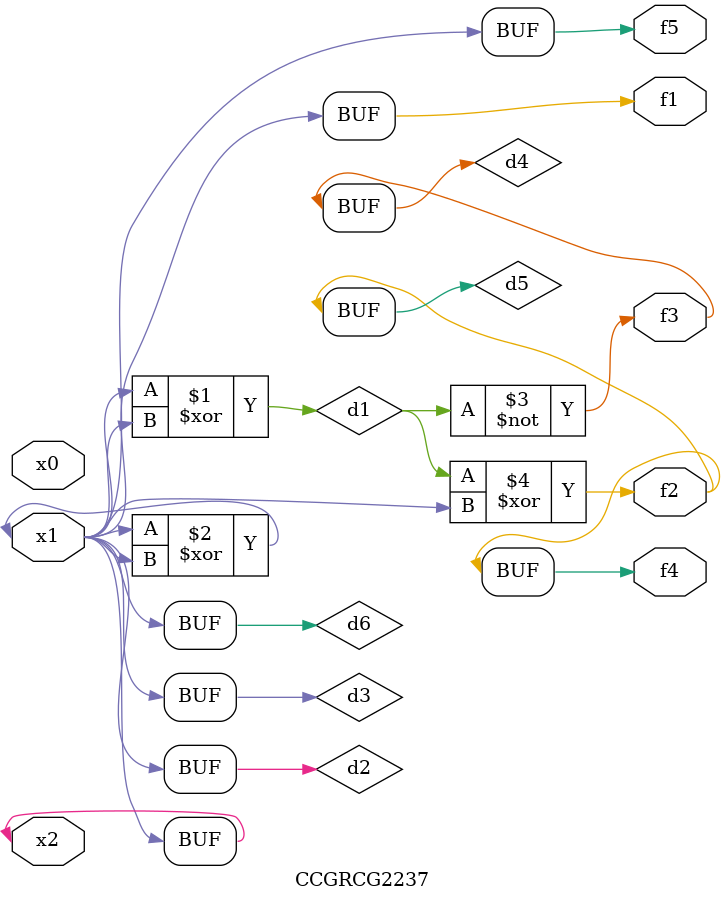
<source format=v>
module CCGRCG2237(
	input x0, x1, x2,
	output f1, f2, f3, f4, f5
);

	wire d1, d2, d3, d4, d5, d6;

	xor (d1, x1, x2);
	buf (d2, x1, x2);
	xor (d3, x1, x2);
	nor (d4, d1);
	xor (d5, d1, d2);
	buf (d6, d2, d3);
	assign f1 = d6;
	assign f2 = d5;
	assign f3 = d4;
	assign f4 = d5;
	assign f5 = d6;
endmodule

</source>
